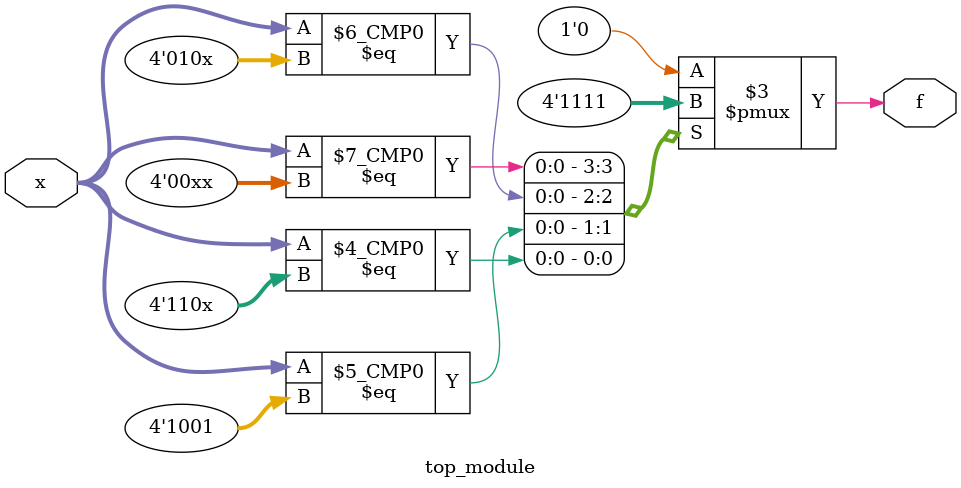
<source format=sv>
module top_module (
	input [4:1] x,
	output logic f
);
	always_comb begin
		case (x)
			4'b00xx: f = 1;
			4'b010x: f = 1;
			4'b011x: f = 0;
			4'b1000: f = 0;
			4'b1001: f = 1;
			4'b110x: f = 1;
			default: f = 0;
		endcase
	end
endmodule

</source>
